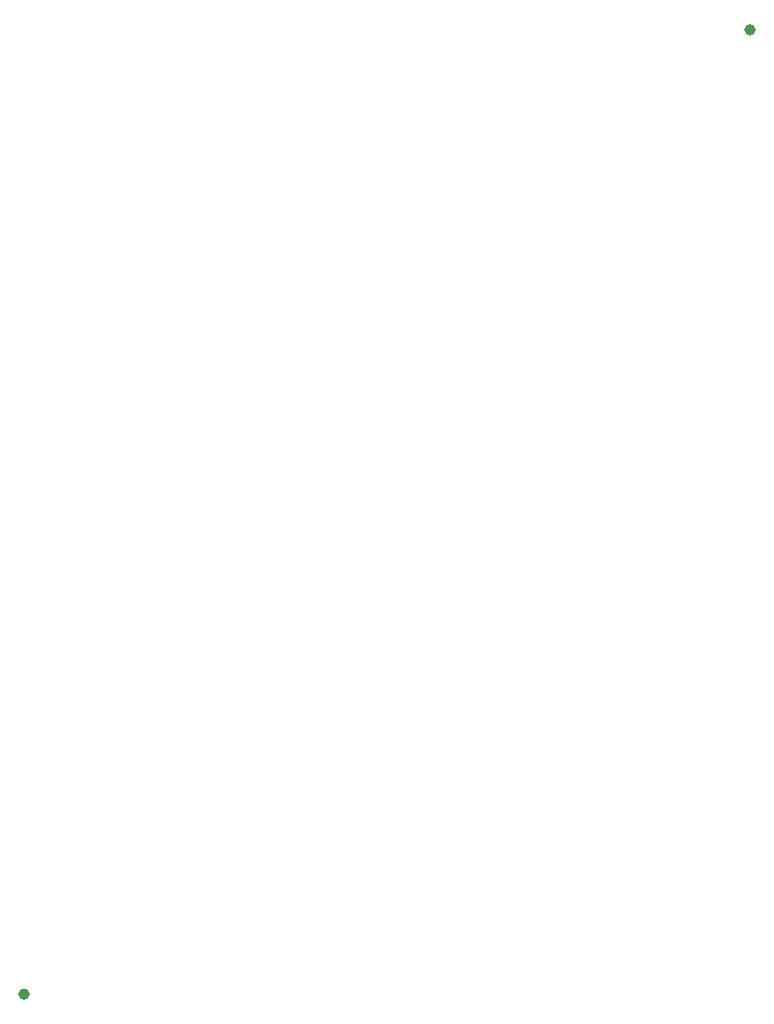
<source format=gbp>
G04 Layer_Color=128*
%FSLAX25Y25*%
%MOIN*%
G70*
G01*
G75*
%ADD10C,0.03937*%
D10*
X173228Y167323D02*
D03*
X-78760Y-167342D02*
D03*
M02*

</source>
